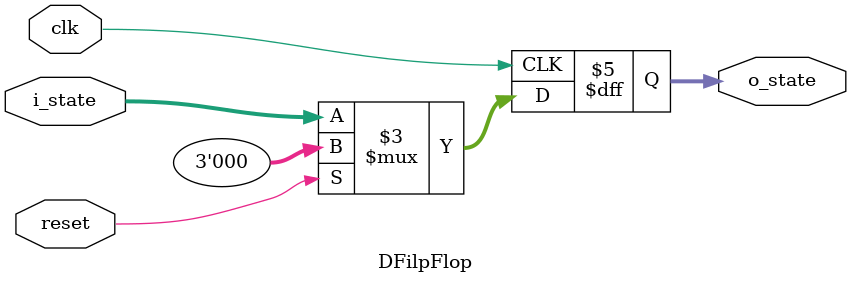
<source format=v>
`timescale 1ns / 1ps
module DFilpFlop(i_state, reset, clk, o_state);
	input [2:0]i_state;
	input reset, clk;
	output reg[2:0]o_state;
	always @(posedge clk) begin
		if (reset) o_state = 3'b000;
		else o_state = i_state;
	end
endmodule

</source>
